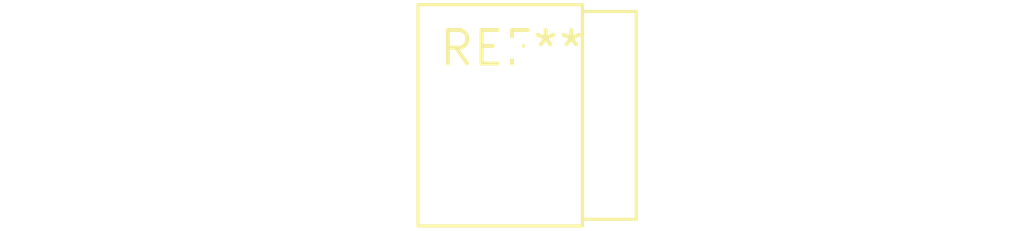
<source format=kicad_pcb>
(kicad_pcb (version 20240108) (generator pcbnew)
  (layers (0 "F.Cu" signal) (31 "B.Cu" signal) (34 "B.Paste" user) (35 "F.Paste" user) (36 "B.SilkS" user "B.Silkscreen") (37 "F.SilkS" user "F.Silkscreen") (38 "B.Mask" user) (39 "F.Mask" user) (44 "Edge.Cuts" user))
  (net 0 "")
  (footprint "Potentiometer_Bourns_3339S_Horizontal" (layer "F.Cu") (at 0 0)
    (property "Reference" "REF**")
    (property "Value" "Potentiometer_Bourns_3339S_Horizontal")
    (fp_line (start -3.55 -1.646) (end -3.55 6.725) (layer "F.SilkS") (stroke (width 0.12)))
    (fp_line (start -3.55 -1.646) (end 2.66 -1.646) (layer "F.SilkS") (stroke (width 0.12)))
    (fp_line (start -3.55 6.725) (end 2.66 6.725) (layer "F.SilkS") (stroke (width 0.12)))
    (fp_line (start 2.66 -1.646) (end 2.66 6.725) (layer "F.SilkS") (stroke (width 0.12)))
    (fp_line (start 2.66 -1.39) (end 2.66 6.471) (layer "F.SilkS") (stroke (width 0.12)))
    (fp_line (start 2.66 -1.39) (end 4.69 -1.39) (layer "F.SilkS") (stroke (width 0.12)))
    (fp_line (start 2.66 6.471) (end 4.69 6.471) (layer "F.SilkS") (stroke (width 0.12)))
    (fp_line (start 4.69 -1.39) (end 4.69 6.471) (layer "F.SilkS") (stroke (width 0.12)))
    (pad "1" thru_hole circle (at 0 0) (size 1.44 1.44) (drill 0.8) (layers *.Cu *.Mask) (remove_unused_layers))
    (pad "2" thru_hole circle (at -2.54 2.54) (size 1.44 1.44) (drill 0.8) (layers *.Cu *.Mask) (remove_unused_layers))
    (pad "3" thru_hole circle (at 0 5.08) (size 1.44 1.44) (drill 0.8) (layers *.Cu *.Mask) (remove_unused_layers))
  )
)
</source>
